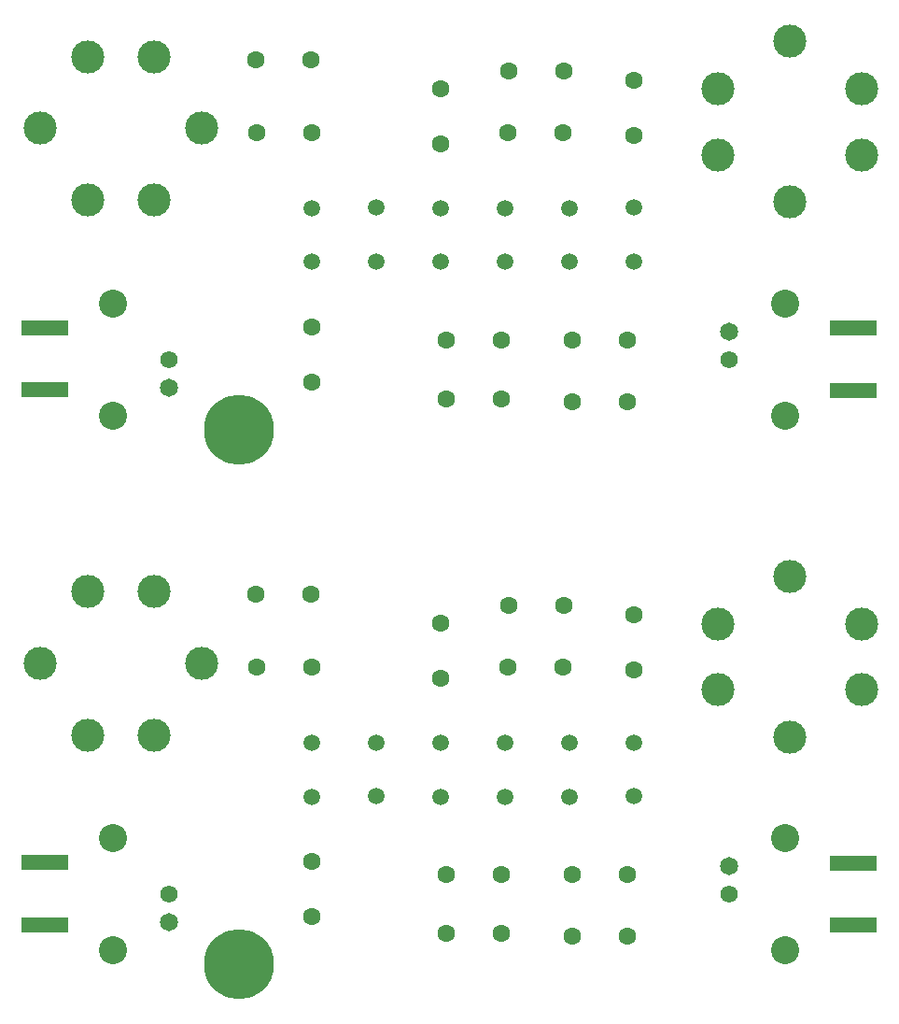
<source format=gbs>
%MOIN*%
%OFA0B0*%
%FSLAX46Y46*%
%IPPOS*%
%LPD*%
%ADD10R,0.16535433070866143X0.053149606299212608*%
%ADD11C,0.25*%
%ADD12C,0.1*%
%ADD13C,0.065*%
%ADD14C,0.062*%
%ADD15C,0.062992125984251982*%
%ADD16C,0.059055118110236227*%
%ADD17C,0.11811023622047245*%
%ADD28R,0.16535433070866143X0.053149606299212608*%
%ADD29C,0.25*%
%ADD30C,0.1*%
%ADD31C,0.065*%
%ADD32C,0.062*%
%ADD33C,0.062992125984251982*%
%ADD34C,0.059055118110236227*%
%ADD35C,0.11811023622047245*%
%LPD*%
G01*
D10*
X0004524212Y0000740196D02*
X0000130000Y0000436488D03*
X0000130000Y0000658929D03*
X0003017000Y0000657929D03*
X0003017000Y0000435488D03*
D11*
X0000825000Y0000295708D03*
D12*
X0002775000Y0000345708D03*
X0002775000Y0000745708D03*
D13*
X0002575000Y0000645708D03*
D14*
X0002575000Y0000545708D03*
D15*
X0000885000Y0001615708D03*
X0001081850Y0001615708D03*
X0000888149Y0001355708D03*
X0001085000Y0001355708D03*
X0001085000Y0000465708D03*
X0001085000Y0000662559D03*
X0001545000Y0001315708D03*
X0001545000Y0001512559D03*
X0001761850Y0000615708D03*
X0001565000Y0000615708D03*
X0001761850Y0000405708D03*
X0001565000Y0000405708D03*
X0001981850Y0001355708D03*
X0001785000Y0001355708D03*
X0001985000Y0001575708D03*
X0001788149Y0001575708D03*
X0002015000Y0000395708D03*
X0002211850Y0000395708D03*
X0002015000Y0000615708D03*
X0002211850Y0000615708D03*
X0002235000Y0001542559D03*
X0002235000Y0001345708D03*
D16*
X0001085000Y0001085708D03*
X0001085000Y0000893582D03*
X0001545000Y0001085708D03*
X0001545000Y0000893582D03*
X0001775000Y0000893582D03*
X0001775000Y0001085708D03*
X0002005000Y0001085708D03*
X0002005000Y0000893582D03*
X0002235000Y0001087834D03*
X0002235000Y0000895708D03*
X0001315000Y0000895708D03*
X0001315000Y0001087834D03*
D17*
X0000690511Y0001369803D03*
X0000115708Y0001369803D03*
X0000521220Y0001113897D03*
X0000521220Y0001625708D03*
X0000285000Y0001113897D03*
X0000285000Y0001625708D03*
X0002535000Y0001275708D03*
X0003046811Y0001275708D03*
X0002535000Y0001511929D03*
X0003046811Y0001511929D03*
X0002790905Y0001106417D03*
X0002790905Y0001681220D03*
D14*
X0000575000Y0000545708D03*
D13*
X0000575000Y0000445708D03*
D12*
X0000375000Y0000345708D03*
X0000375000Y0000745708D03*
G04 next file*
%LPD*%
G04 #@! TF.GenerationSoftware,KiCad,Pcbnew,(5.1.10)-1*
G04 #@! TF.CreationDate,2021-09-22T18:51:58-04:00*
G04 #@! TF.ProjectId,SSB6,53534236-2e6b-4696-9361-645f70636258,1*
G04 #@! TF.SameCoordinates,PX8c7ecc0PY46649b0*
G04 #@! TF.FileFunction,Soldermask,Bot*
G04 #@! TF.FilePolarity,Negative*
G04 Gerber Fmt 4.6, Leading zero omitted, Abs format (unit mm)*
G04 Created by KiCad (PCBNEW (5.1.10)-1) date 2021-09-22 18:51:58*
G01*
G04 APERTURE LIST*
G04 APERTURE END LIST*
D28*
X0004524212Y0002649645D02*
X0000130000Y0002345937D03*
X0000130000Y0002568377D03*
X0003017000Y0002567377D03*
X0003017000Y0002344937D03*
D29*
X0000825000Y0002205157D03*
D30*
X0002775000Y0002255157D03*
X0002775000Y0002655157D03*
D31*
X0002575000Y0002555157D03*
D32*
X0002575000Y0002455157D03*
D33*
X0000885000Y0003525157D03*
X0001081850Y0003525157D03*
X0000888149Y0003265157D03*
X0001085000Y0003265157D03*
X0001085000Y0002375157D03*
X0001085000Y0002572007D03*
X0001545000Y0003225157D03*
X0001545000Y0003422007D03*
X0001761850Y0002525157D03*
X0001565000Y0002525157D03*
X0001761850Y0002315157D03*
X0001565000Y0002315157D03*
X0001981850Y0003265157D03*
X0001785000Y0003265157D03*
X0001985000Y0003485157D03*
X0001788149Y0003485157D03*
X0002015000Y0002305157D03*
X0002211850Y0002305157D03*
X0002015000Y0002525157D03*
X0002211850Y0002525157D03*
X0002235000Y0003452007D03*
X0002235000Y0003255157D03*
D34*
X0001085000Y0002995157D03*
X0001085000Y0002803031D03*
X0001545000Y0002995157D03*
X0001545000Y0002803031D03*
X0001775000Y0002803031D03*
X0001775000Y0002995157D03*
X0002005000Y0002995157D03*
X0002005000Y0002803031D03*
X0002235000Y0002997283D03*
X0002235000Y0002805157D03*
X0001315000Y0002805157D03*
X0001315000Y0002997283D03*
D35*
X0000690511Y0003279251D03*
X0000115708Y0003279251D03*
X0000521220Y0003023346D03*
X0000521220Y0003535157D03*
X0000285000Y0003023346D03*
X0000285000Y0003535157D03*
X0002535000Y0003185157D03*
X0003046811Y0003185157D03*
X0002535000Y0003421377D03*
X0003046811Y0003421377D03*
X0002790905Y0003015866D03*
X0002790905Y0003590669D03*
D32*
X0000575000Y0002455157D03*
D31*
X0000575000Y0002355157D03*
D30*
X0000375000Y0002255157D03*
X0000375000Y0002655157D03*
M02*
</source>
